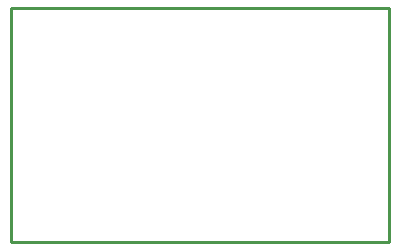
<source format=gko>
G04 Layer: BoardOutline*
G04 EasyEDA v6.2.35, 2019-08-16T20:57:05+08:00*
G04 ac69921650c84e06b2cbf5d8b71e85d1,46bf6a40d4384fdb86bc8fc37bf60e4c,10*
G04 Gerber Generator version 0.2*
G04 Scale: 100 percent, Rotated: No, Reflected: No *
G04 Dimensions in millimeters *
G04 leading zeros omitted , absolute positions ,3 integer and 3 decimal *
%FSLAX33Y33*%
%MOMM*%
G90*
G71D02*

%ADD10C,0.254000*%
G54D10*
G01X0Y16510D02*
G01X0Y19812D01*
G01X32004Y19812D01*
G01X32004Y0D01*
G01X0Y0D01*
G01X0Y16510D01*

%LPD*%
M00*
M02*

</source>
